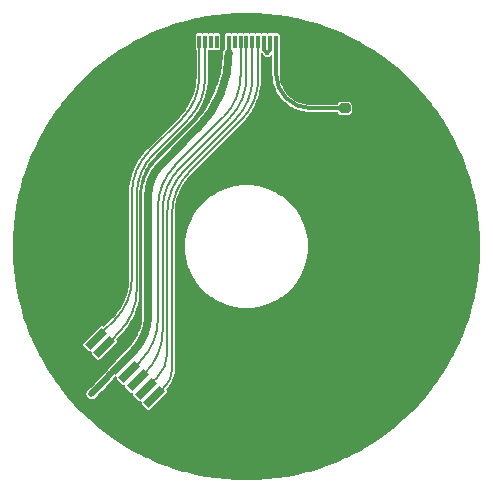
<source format=gbr>
%TF.GenerationSoftware,KiCad,Pcbnew,(6.0.4)*%
%TF.CreationDate,2022-07-14T17:56:19+08:00*%
%TF.ProjectId,SmartKnob_Screen,536d6172-744b-46e6-9f62-5f5363726565,rev?*%
%TF.SameCoordinates,Original*%
%TF.FileFunction,Copper,L4,Bot*%
%TF.FilePolarity,Positive*%
%FSLAX46Y46*%
G04 Gerber Fmt 4.6, Leading zero omitted, Abs format (unit mm)*
G04 Created by KiCad (PCBNEW (6.0.4)) date 2022-07-14 17:56:19*
%MOMM*%
%LPD*%
G01*
G04 APERTURE LIST*
G04 Aperture macros list*
%AMRoundRect*
0 Rectangle with rounded corners*
0 $1 Rounding radius*
0 $2 $3 $4 $5 $6 $7 $8 $9 X,Y pos of 4 corners*
0 Add a 4 corners polygon primitive as box body*
4,1,4,$2,$3,$4,$5,$6,$7,$8,$9,$2,$3,0*
0 Add four circle primitives for the rounded corners*
1,1,$1+$1,$2,$3*
1,1,$1+$1,$4,$5*
1,1,$1+$1,$6,$7*
1,1,$1+$1,$8,$9*
0 Add four rect primitives between the rounded corners*
20,1,$1+$1,$2,$3,$4,$5,0*
20,1,$1+$1,$4,$5,$6,$7,0*
20,1,$1+$1,$6,$7,$8,$9,0*
20,1,$1+$1,$8,$9,$2,$3,0*%
%AMRotRect*
0 Rectangle, with rotation*
0 The origin of the aperture is its center*
0 $1 length*
0 $2 width*
0 $3 Rotation angle, in degrees counterclockwise*
0 Add horizontal line*
21,1,$1,$2,0,0,$3*%
G04 Aperture macros list end*
%TA.AperFunction,SMDPad,CuDef*%
%ADD10RoundRect,0.200000X-0.275000X0.200000X-0.275000X-0.200000X0.275000X-0.200000X0.275000X0.200000X0*%
%TD*%
%TA.AperFunction,SMDPad,CuDef*%
%ADD11RoundRect,0.140000X0.219203X0.021213X0.021213X0.219203X-0.219203X-0.021213X-0.021213X-0.219203X0*%
%TD*%
%TA.AperFunction,SMDPad,CuDef*%
%ADD12R,0.300000X1.100000*%
%TD*%
%TA.AperFunction,SMDPad,CuDef*%
%ADD13R,2.300000X3.100000*%
%TD*%
%TA.AperFunction,SMDPad,CuDef*%
%ADD14RotRect,0.610000X2.000000X315.000000*%
%TD*%
%TA.AperFunction,SMDPad,CuDef*%
%ADD15RotRect,2.680000X3.600000X315.000000*%
%TD*%
%TA.AperFunction,ViaPad*%
%ADD16C,0.450000*%
%TD*%
%TA.AperFunction,Conductor*%
%ADD17C,0.300000*%
%TD*%
%TA.AperFunction,Conductor*%
%ADD18C,0.700000*%
%TD*%
%TA.AperFunction,Conductor*%
%ADD19C,0.500000*%
%TD*%
%TA.AperFunction,Conductor*%
%ADD20C,0.150000*%
%TD*%
G04 APERTURE END LIST*
D10*
%TO.P,R22,1*%
%TO.N,/Screen_GND*%
X200142204Y-102941230D03*
%TO.P,R22,2*%
%TO.N,Net-(R22-Pad2)*%
X200142204Y-104591230D03*
%TD*%
D11*
%TO.P,C16,1*%
%TO.N,/Screen_VCC*%
X179476521Y-128035641D03*
%TO.P,C16,2*%
%TO.N,/Screen_GND*%
X178797699Y-127356819D03*
%TD*%
D12*
%TO.P,U5,1,GND*%
%TO.N,/Screen_GND*%
X194832204Y-98951230D03*
%TO.P,U5,2,BL_K*%
%TO.N,Net-(R22-Pad2)*%
X194332204Y-98951230D03*
%TO.P,U5,3,BL_A*%
%TO.N,/Screen_VCC*%
X193832204Y-98951230D03*
%TO.P,U5,4,DP_VDD*%
X193332204Y-98951230D03*
%TO.P,U5,5,DP_DC*%
%TO.N,/Screen_DP_CMD*%
X192832204Y-98951230D03*
%TO.P,U5,6,DP_CS*%
%TO.N,/Screen_DP_CS*%
X192332204Y-98951230D03*
%TO.P,U5,7,DP_CLK*%
%TO.N,/Screen_DP_CLK*%
X191832204Y-98951230D03*
%TO.P,U5,8,DP_SDA*%
%TO.N,/Screen_DP_DATA*%
X191332204Y-98951230D03*
%TO.P,U5,9,DP_~{RST}*%
%TO.N,unconnected-(U5-Pad9)*%
X190832204Y-98951230D03*
%TO.P,U5,10,TP_VDD*%
%TO.N,/Screen_VCC*%
X190332204Y-98951230D03*
%TO.P,U5,11,GND*%
%TO.N,/Screen_GND*%
X189832204Y-98951230D03*
%TO.P,U5,12,TP_RST*%
%TO.N,unconnected-(U5-Pad12)*%
X189332204Y-98951230D03*
%TO.P,U5,13,TP_INT*%
%TO.N,unconnected-(U5-Pad13)*%
X188832204Y-98951230D03*
%TO.P,U5,14,TP_SDA*%
%TO.N,/Screen_TP_SDA*%
X188332204Y-98951230D03*
%TO.P,U5,15,TP_SCL*%
%TO.N,/Screen_TP_SCL*%
X187832204Y-98951230D03*
D13*
%TO.P,U5,MP,MP*%
%TO.N,/Screen_GND*%
X196502204Y-100651230D03*
X186162204Y-100651230D03*
%TD*%
D11*
%TO.P,C14,1*%
%TO.N,/Screen_VCC*%
X178776521Y-128735641D03*
%TO.P,C14,2*%
%TO.N,/Screen_GND*%
X178097699Y-128056819D03*
%TD*%
D14*
%TO.P,J8,1,Pin_1*%
%TO.N,/Screen_TP_SCL*%
X179089444Y-124094148D03*
%TO.P,J8,2,Pin_2*%
%TO.N,/Screen_TP_SDA*%
X179796551Y-124801255D03*
%TO.P,J8,3,Pin_3*%
%TO.N,/Screen_GND*%
X180503658Y-125508362D03*
%TO.P,J8,4,Pin_4*%
%TO.N,/Screen_VCC*%
X181210764Y-126215469D03*
%TO.P,J8,5,Pin_5*%
%TO.N,/Screen_DP_DATA*%
X181917871Y-126922576D03*
%TO.P,J8,6,Pin_6*%
%TO.N,/Screen_DP_CLK*%
X182624978Y-127629682D03*
%TO.P,J8,7,Pin_7*%
%TO.N,/Screen_DP_CS*%
X183332085Y-128336789D03*
%TO.P,J8,8,Pin_8*%
%TO.N,/Screen_DP_CMD*%
X184039192Y-129043896D03*
D15*
%TO.P,J8,MP,MountPin*%
%TO.N,/Screen_GND*%
X188133340Y-129178246D03*
X178955094Y-120000000D03*
%TD*%
D16*
%TO.N,/Screen_VCC*%
X193587110Y-99896230D03*
X190337110Y-99896230D03*
%TO.N,/Screen_GND*%
X173922433Y-116260711D03*
X206484739Y-105680576D03*
X198548675Y-99524734D03*
X207695953Y-107589145D03*
X174487936Y-120737129D03*
X201567315Y-131458614D03*
X178800998Y-103938863D03*
X176724530Y-106615829D03*
X187446015Y-133695208D03*
X196398851Y-133695208D03*
X180448801Y-130129949D03*
X206484739Y-126840846D03*
X177360127Y-105680576D03*
X174803416Y-121823017D03*
X209603604Y-112887847D03*
X175635546Y-108596684D03*
X185296191Y-132996688D03*
X184258406Y-99973824D03*
X209886914Y-117390940D03*
X201567315Y-101062808D03*
X186360127Y-133379728D03*
X209041450Y-110698405D03*
X199586460Y-132547598D03*
X209356930Y-120737129D03*
X203396065Y-130129949D03*
X209603604Y-119633575D03*
X188549569Y-133941882D03*
X176724530Y-125905593D03*
X198548675Y-132996688D03*
X195295297Y-133941882D03*
X174064368Y-118516709D03*
X204244281Y-129382146D03*
X189666435Y-134118776D03*
X194178431Y-134118776D03*
X182277551Y-131458614D03*
X196502204Y-100651230D03*
X205043868Y-103938863D03*
X181342298Y-130823017D03*
X173957952Y-117390940D03*
X175186456Y-109634469D03*
X182277551Y-101062808D03*
X202502568Y-130823017D03*
X191922433Y-134260711D03*
X205791671Y-104787079D03*
X174803416Y-110698405D03*
X179600585Y-103139276D03*
X183250867Y-100487191D03*
X184258406Y-132547598D03*
X209780498Y-118516709D03*
X174487936Y-111784293D03*
X208658410Y-122886953D03*
X174241262Y-119633575D03*
X207695953Y-124932277D03*
X173957952Y-115130482D03*
X175186456Y-122886953D03*
X180448801Y-102391473D03*
X199586460Y-99973824D03*
X178053195Y-104787079D03*
X193052662Y-134225192D03*
X209041450Y-121823017D03*
X193792204Y-97296230D03*
X200593999Y-100487191D03*
X174064368Y-114004713D03*
X208658410Y-109634469D03*
X189792204Y-97296230D03*
X186162204Y-100651230D03*
X190792204Y-97296230D03*
X190792204Y-134225192D03*
X176148913Y-124932277D03*
X203396065Y-102391473D03*
X176148913Y-107589145D03*
X208209320Y-123924738D03*
X209780498Y-114004713D03*
X197484739Y-133379728D03*
X208209320Y-108596684D03*
X209886914Y-115130482D03*
X205043868Y-128582559D03*
X209922433Y-116260711D03*
X183250867Y-132034231D03*
X175635546Y-123924738D03*
X204244281Y-103139276D03*
X207120336Y-106615829D03*
X181342298Y-101698405D03*
X200593999Y-132034231D03*
X192792204Y-97296230D03*
X205791671Y-127734343D03*
X202502568Y-101698405D03*
X207120336Y-125905593D03*
X174241262Y-112887847D03*
X209356930Y-111784293D03*
X191792204Y-97296230D03*
%TD*%
D17*
%TO.N,Net-(R22-Pad2)*%
X197268454Y-104591230D02*
X200142204Y-104591230D01*
X194332204Y-98951230D02*
X194332204Y-101654980D01*
X197268454Y-104591296D02*
G75*
G02*
X194332204Y-101654980I46J2936296D01*
G01*
D18*
%TO.N,/Screen_VCC*%
X184572204Y-109406230D02*
X187688928Y-106289506D01*
D19*
X181210764Y-126222576D02*
X180137110Y-127296230D01*
D18*
X183512204Y-122117881D02*
X183512204Y-114736230D01*
D17*
X193337110Y-98746230D02*
X193337110Y-99646230D01*
D19*
X180137110Y-127296230D02*
X180137110Y-127375052D01*
D17*
X193337110Y-99646230D02*
X193587110Y-99896230D01*
X193837110Y-99646230D02*
X193587110Y-99896230D01*
D18*
X183512204Y-114736230D02*
X183512204Y-111965296D01*
D19*
X180137110Y-127375052D02*
X178776521Y-128735641D01*
X181210764Y-126215469D02*
X181210764Y-126222576D01*
D17*
X190337110Y-99896230D02*
X190337110Y-98746230D01*
D18*
X182230003Y-125196230D02*
X181210764Y-126215469D01*
D19*
X182237110Y-125196230D02*
X182230003Y-125196230D01*
D17*
X193837110Y-98746230D02*
X193837110Y-99646230D01*
D18*
X184572200Y-109406226D02*
G75*
G03*
X183512204Y-111965296I2559100J-2559074D01*
G01*
X183512201Y-122117881D02*
G75*
G02*
X182237109Y-125196229I-4353401J-19D01*
G01*
X190337144Y-99896230D02*
G75*
G02*
X187688927Y-106289505I-9041444J30D01*
G01*
D20*
%TO.N,/Screen_DP_CMD*%
X192837110Y-98746230D02*
X192837110Y-102078844D01*
X191372644Y-105614378D02*
X187001576Y-109985446D01*
X184951323Y-128131765D02*
X184668517Y-128414571D01*
X185537110Y-113520980D02*
X185537110Y-126717551D01*
X185537093Y-113520980D02*
G75*
G02*
X187001576Y-109985446I5000007J-20D01*
G01*
X185537072Y-126717551D02*
G75*
G02*
X184951323Y-128131765I-1999972J-49D01*
G01*
X192837138Y-102078844D02*
G75*
G02*
X191372644Y-105614378I-5000038J44D01*
G01*
%TO.N,/Screen_DP_CS*%
X192337110Y-102025162D02*
X192337110Y-98746230D01*
X183961410Y-127707464D02*
X184258431Y-127410443D01*
X186601576Y-109831764D02*
X190872644Y-105560696D01*
X185137110Y-125289123D02*
X185137110Y-113367298D01*
X186601579Y-109831767D02*
G75*
G03*
X185137110Y-113367298I3535521J-3535533D01*
G01*
X192337080Y-102025162D02*
G75*
G02*
X190872644Y-105560696I-4999980J-38D01*
G01*
X185137123Y-125289123D02*
G75*
G02*
X184258431Y-127410443I-3000023J23D01*
G01*
%TO.N,/Screen_DP_CLK*%
X183272644Y-126982016D02*
X183254303Y-127000357D01*
X190372644Y-105460696D02*
X186201576Y-109631764D01*
X191837110Y-98746230D02*
X191837110Y-101925162D01*
X184737110Y-113167298D02*
X184737110Y-123446482D01*
X183272655Y-126982027D02*
G75*
G03*
X184737110Y-123446482I-3535555J3535527D01*
G01*
X186201579Y-109631767D02*
G75*
G03*
X184737110Y-113167298I3535521J-3535533D01*
G01*
X191837080Y-101925162D02*
G75*
G02*
X190372644Y-105460696I-4999980J-38D01*
G01*
%TO.N,/Screen_DP_DATA*%
X182547196Y-126293251D02*
X182872644Y-125967803D01*
X185801576Y-109431764D02*
X189872644Y-105360696D01*
X184337110Y-122432269D02*
X184337110Y-112967298D01*
X191337110Y-101825162D02*
X191337110Y-98746230D01*
X189872665Y-105360717D02*
G75*
G03*
X191337110Y-101825162I-3535565J3535517D01*
G01*
X185801579Y-109431767D02*
G75*
G03*
X184337110Y-112967298I3535521J-3535533D01*
G01*
X184337085Y-122432269D02*
G75*
G02*
X182872644Y-125967803I-4999985J-31D01*
G01*
%TO.N,/Screen_TP_SCL*%
X182137110Y-118975414D02*
X182137110Y-111767298D01*
X183601576Y-108231764D02*
X186372644Y-105460696D01*
X179718769Y-123464823D02*
X180672644Y-122510948D01*
X187837110Y-101925162D02*
X187837110Y-98963074D01*
X182137106Y-111767298D02*
G75*
G02*
X183601576Y-108231764I4999994J-2D01*
G01*
X182137117Y-118975414D02*
G75*
G02*
X180672644Y-122510948I-5000017J14D01*
G01*
X187832183Y-98951251D02*
G75*
G02*
X187837110Y-98963074I-11783J-11849D01*
G01*
X187837080Y-101925162D02*
G75*
G02*
X186372644Y-105460696I-4999980J-38D01*
G01*
%TO.N,/Screen_TP_SDA*%
X181072644Y-123525162D02*
X180425876Y-124171930D01*
X182537110Y-111967298D02*
X182537110Y-119989628D01*
X186872644Y-105560696D02*
X184001576Y-108431764D01*
X188337110Y-98963074D02*
X188337110Y-102025162D01*
X186872665Y-105560717D02*
G75*
G03*
X188337110Y-102025162I-3535565J3535517D01*
G01*
X188337140Y-98963074D02*
G75*
G03*
X188332204Y-98951230I-16740J-26D01*
G01*
X182537106Y-111967298D02*
G75*
G02*
X184001576Y-108431764I4999994J-2D01*
G01*
X182537127Y-119989628D02*
G75*
G02*
X181072644Y-123525162I-5000027J28D01*
G01*
%TD*%
%TA.AperFunction,Conductor*%
%TO.N,/Screen_GND*%
G36*
X192699134Y-96515540D02*
G01*
X192702328Y-96515678D01*
X193561168Y-96571969D01*
X193564355Y-96572249D01*
X194419854Y-96665941D01*
X194423044Y-96666360D01*
X195273679Y-96797286D01*
X195276835Y-96797843D01*
X195924235Y-96926618D01*
X196120927Y-96965743D01*
X196124079Y-96966442D01*
X196960020Y-97170996D01*
X196963138Y-97171831D01*
X197789395Y-97412663D01*
X197792447Y-97413624D01*
X198199936Y-97551949D01*
X198607411Y-97690268D01*
X198610444Y-97691372D01*
X199412554Y-98003295D01*
X199415537Y-98004531D01*
X200183648Y-98342508D01*
X200203254Y-98351135D01*
X200206175Y-98352497D01*
X200267705Y-98382840D01*
X200978055Y-98733146D01*
X200980919Y-98734637D01*
X201492890Y-99015514D01*
X201735467Y-99148596D01*
X201738243Y-99150199D01*
X202106117Y-99373431D01*
X202473981Y-99596656D01*
X202476704Y-99598390D01*
X202617227Y-99692284D01*
X203192314Y-100076545D01*
X203194919Y-100078369D01*
X203465014Y-100276411D01*
X203888993Y-100587286D01*
X203891554Y-100589252D01*
X204562711Y-101127912D01*
X204565182Y-101129984D01*
X205133844Y-101628687D01*
X205212246Y-101697444D01*
X205214623Y-101699622D01*
X205836324Y-102294771D01*
X205838569Y-102297016D01*
X206414227Y-102898357D01*
X206433715Y-102918714D01*
X206435894Y-102921091D01*
X206979690Y-103541172D01*
X207003353Y-103568155D01*
X207005425Y-103570626D01*
X207070971Y-103652294D01*
X207544088Y-104241786D01*
X207546054Y-104244347D01*
X207570912Y-104278249D01*
X208054971Y-104938421D01*
X208056795Y-104941026D01*
X208311421Y-105322100D01*
X208534950Y-105656636D01*
X208536684Y-105659359D01*
X208983135Y-106395087D01*
X208984750Y-106397883D01*
X209398703Y-107152421D01*
X209400194Y-107155285D01*
X209780841Y-107927160D01*
X209782205Y-107930086D01*
X210128809Y-108717803D01*
X210130045Y-108720786D01*
X210441968Y-109522896D01*
X210443072Y-109525929D01*
X210535150Y-109797181D01*
X210684054Y-110235836D01*
X210719711Y-110340879D01*
X210720677Y-110343945D01*
X210846404Y-110775293D01*
X210961509Y-111170202D01*
X210962344Y-111173320D01*
X211166898Y-112009261D01*
X211167597Y-112012413D01*
X211183109Y-112090396D01*
X211334121Y-112849583D01*
X211335495Y-112856493D01*
X211336054Y-112859661D01*
X211464185Y-113692138D01*
X211466979Y-113710291D01*
X211467399Y-113713486D01*
X211554202Y-114506075D01*
X211561090Y-114568971D01*
X211561371Y-114572172D01*
X211616605Y-115414881D01*
X211617661Y-115430996D01*
X211617800Y-115434206D01*
X211633869Y-116170594D01*
X211636575Y-116294616D01*
X211636575Y-116297833D01*
X211626711Y-116749915D01*
X211617801Y-117158238D01*
X211617662Y-117161448D01*
X211585965Y-117645050D01*
X211561372Y-118020273D01*
X211561091Y-118023475D01*
X211536462Y-118248363D01*
X211467400Y-118878968D01*
X211466980Y-118882164D01*
X211337230Y-119725162D01*
X211336056Y-119732787D01*
X211335497Y-119735955D01*
X211282424Y-120002774D01*
X211167597Y-120580047D01*
X211166898Y-120583199D01*
X210962344Y-121419140D01*
X210961511Y-121422252D01*
X210749697Y-122148956D01*
X210720682Y-122248501D01*
X210719716Y-122251567D01*
X210640714Y-122484298D01*
X210443072Y-123066531D01*
X210441968Y-123069564D01*
X210130045Y-123871674D01*
X210128809Y-123874657D01*
X210082557Y-123979772D01*
X209793299Y-124637162D01*
X209782205Y-124662374D01*
X209780843Y-124665295D01*
X209772839Y-124681527D01*
X209400194Y-125437175D01*
X209398703Y-125440039D01*
X209180179Y-125838357D01*
X208993345Y-126178911D01*
X208984750Y-126194577D01*
X208983141Y-126197363D01*
X208814538Y-126475212D01*
X208536684Y-126933101D01*
X208534950Y-126935824D01*
X208417140Y-127112140D01*
X208056795Y-127651434D01*
X208054971Y-127654039D01*
X207661350Y-128190869D01*
X207546054Y-128348113D01*
X207544088Y-128350674D01*
X207005428Y-129021831D01*
X207003356Y-129024302D01*
X206561460Y-129528188D01*
X206435896Y-129671366D01*
X206433718Y-129673743D01*
X205838569Y-130295444D01*
X205836324Y-130297689D01*
X205537619Y-130583637D01*
X205214626Y-130892835D01*
X205212249Y-130895014D01*
X204872179Y-131193247D01*
X204565185Y-131462473D01*
X204562711Y-131464548D01*
X203891554Y-132003208D01*
X203888993Y-132005174D01*
X203194919Y-132514091D01*
X203192314Y-132515915D01*
X202717404Y-132833240D01*
X202476704Y-132994070D01*
X202473981Y-132995804D01*
X201911166Y-133337329D01*
X201738253Y-133442255D01*
X201735467Y-133443864D01*
X201492890Y-133576946D01*
X200980919Y-133857823D01*
X200978055Y-133859314D01*
X200346272Y-134170875D01*
X200249336Y-134218679D01*
X200206180Y-134239961D01*
X200203254Y-134241325D01*
X199415537Y-134587929D01*
X199412554Y-134589165D01*
X198610444Y-134901088D01*
X198607411Y-134902192D01*
X198426430Y-134963627D01*
X197792447Y-135178836D01*
X197789395Y-135179797D01*
X197192568Y-135353757D01*
X196963138Y-135420629D01*
X196960020Y-135421464D01*
X196124079Y-135626018D01*
X196120927Y-135626717D01*
X195276835Y-135794617D01*
X195273679Y-135795174D01*
X194423044Y-135926100D01*
X194419854Y-135926519D01*
X193564355Y-136020211D01*
X193561168Y-136020491D01*
X192702328Y-136076782D01*
X192699134Y-136076920D01*
X191838714Y-136095695D01*
X191835506Y-136095695D01*
X190975086Y-136076920D01*
X190971892Y-136076782D01*
X190113052Y-136020491D01*
X190109865Y-136020211D01*
X189254366Y-135926519D01*
X189251176Y-135926100D01*
X188400541Y-135795174D01*
X188397385Y-135794617D01*
X187553293Y-135626717D01*
X187550141Y-135626018D01*
X186714200Y-135421464D01*
X186711082Y-135420629D01*
X186481652Y-135353757D01*
X185884825Y-135179797D01*
X185881773Y-135178836D01*
X185247790Y-134963627D01*
X185066809Y-134902192D01*
X185063776Y-134901088D01*
X184261666Y-134589165D01*
X184258683Y-134587929D01*
X183470966Y-134241325D01*
X183468040Y-134239961D01*
X183424885Y-134218679D01*
X183327948Y-134170875D01*
X182696165Y-133859314D01*
X182693301Y-133857823D01*
X182181330Y-133576946D01*
X181938753Y-133443864D01*
X181935967Y-133442255D01*
X181763055Y-133337329D01*
X181200239Y-132995804D01*
X181197516Y-132994070D01*
X180956816Y-132833239D01*
X180481906Y-132515915D01*
X180479301Y-132514091D01*
X179785227Y-132005174D01*
X179782666Y-132003208D01*
X179111509Y-131464548D01*
X179109035Y-131462473D01*
X178802042Y-131193247D01*
X178461971Y-130895014D01*
X178459594Y-130892835D01*
X178136601Y-130583637D01*
X177837896Y-130297689D01*
X177835651Y-130295444D01*
X177240502Y-129673743D01*
X177238324Y-129671366D01*
X177112760Y-129528188D01*
X176670864Y-129024302D01*
X176668792Y-129021831D01*
X176412901Y-128702997D01*
X178266734Y-128702997D01*
X178266829Y-128811217D01*
X178269294Y-128817588D01*
X178269294Y-128817589D01*
X178297047Y-128889325D01*
X178305876Y-128912148D01*
X178321386Y-128931751D01*
X178580411Y-129190776D01*
X178582120Y-129192121D01*
X178582125Y-129192126D01*
X178590787Y-129198945D01*
X178600454Y-129206556D01*
X178605635Y-129208550D01*
X178695071Y-129242973D01*
X178695074Y-129242974D01*
X178701451Y-129245428D01*
X178708286Y-129245422D01*
X178802839Y-129245339D01*
X178809671Y-129245333D01*
X178910601Y-129206286D01*
X178930205Y-129190776D01*
X179231656Y-128889325D01*
X179233001Y-128887616D01*
X179233006Y-128887611D01*
X179244003Y-128873642D01*
X179247436Y-128869282D01*
X179265677Y-128821889D01*
X179282412Y-128796143D01*
X179537032Y-128541523D01*
X179562658Y-128524834D01*
X179572678Y-128520957D01*
X179610601Y-128506286D01*
X179630205Y-128490776D01*
X179931656Y-128189325D01*
X179933001Y-128187616D01*
X179933006Y-128187611D01*
X179944001Y-128173645D01*
X179947436Y-128169282D01*
X179965677Y-128121888D01*
X179982412Y-128096142D01*
X180465160Y-127613394D01*
X180477005Y-127590146D01*
X180483071Y-127580249D01*
X180490498Y-127570026D01*
X180498406Y-127559142D01*
X180506467Y-127534332D01*
X180510911Y-127523604D01*
X180520110Y-127505550D01*
X180520111Y-127505547D01*
X180522756Y-127500356D01*
X180523667Y-127494602D01*
X180525467Y-127489064D01*
X180526862Y-127489517D01*
X180544158Y-127455575D01*
X180689368Y-127310365D01*
X180727257Y-127290113D01*
X180763402Y-127282923D01*
X180813432Y-127290623D01*
X180846807Y-127328680D01*
X180850417Y-127369938D01*
X180841649Y-127414015D01*
X180843071Y-127421164D01*
X180849551Y-127453737D01*
X180853330Y-127472737D01*
X180878198Y-127509955D01*
X181330492Y-127962249D01*
X181367710Y-127987117D01*
X181374856Y-127988538D01*
X181374857Y-127988539D01*
X181419283Y-127997376D01*
X181426432Y-127998798D01*
X181470509Y-127990030D01*
X181520538Y-127997730D01*
X181553914Y-128035787D01*
X181557524Y-128077044D01*
X181548756Y-128121121D01*
X181560437Y-128179843D01*
X181585305Y-128217061D01*
X182037599Y-128669355D01*
X182074817Y-128694223D01*
X182081963Y-128695644D01*
X182081964Y-128695645D01*
X182126390Y-128704482D01*
X182133539Y-128705904D01*
X182177616Y-128697136D01*
X182227645Y-128704836D01*
X182261021Y-128742893D01*
X182264631Y-128784151D01*
X182255863Y-128828228D01*
X182257285Y-128835377D01*
X182264897Y-128873642D01*
X182267544Y-128886950D01*
X182292412Y-128924168D01*
X182744706Y-129376462D01*
X182781924Y-129401330D01*
X182789070Y-129402751D01*
X182789071Y-129402752D01*
X182833497Y-129411589D01*
X182840646Y-129413011D01*
X182884723Y-129404243D01*
X182934752Y-129411943D01*
X182968128Y-129450000D01*
X182971738Y-129491258D01*
X182962970Y-129535335D01*
X182974651Y-129594057D01*
X182999519Y-129631275D01*
X183451813Y-130083569D01*
X183489031Y-130108437D01*
X183496177Y-130109858D01*
X183496178Y-130109859D01*
X183540604Y-130118696D01*
X183547753Y-130120118D01*
X183606474Y-130108437D01*
X183612535Y-130104388D01*
X183612536Y-130104387D01*
X183640670Y-130085589D01*
X183640671Y-130085588D01*
X183643693Y-130083569D01*
X185078865Y-128648397D01*
X185103733Y-128611178D01*
X185115414Y-128552457D01*
X185103733Y-128493735D01*
X185078865Y-128456517D01*
X185064497Y-128442149D01*
X185043105Y-128396273D01*
X185056206Y-128347378D01*
X185064496Y-128337498D01*
X185089919Y-128312074D01*
X185101133Y-128302871D01*
X185107842Y-128298388D01*
X185113903Y-128294338D01*
X185117520Y-128288925D01*
X185119326Y-128286904D01*
X185120303Y-128285927D01*
X185120981Y-128285052D01*
X185278428Y-128108862D01*
X185278434Y-128108854D01*
X185279815Y-128107309D01*
X185384560Y-127959678D01*
X185423255Y-127905140D01*
X185423256Y-127905138D01*
X185424456Y-127903447D01*
X185545362Y-127684673D01*
X185558581Y-127652757D01*
X185640217Y-127455659D01*
X185640217Y-127455658D01*
X185641013Y-127453737D01*
X185686131Y-127297116D01*
X185709628Y-127215549D01*
X185709630Y-127215539D01*
X185710205Y-127213544D01*
X185752070Y-126967113D01*
X185764108Y-126752657D01*
X185765415Y-126729381D01*
X185765607Y-126727868D01*
X185765607Y-126725959D01*
X185765706Y-126724193D01*
X185767028Y-126717545D01*
X185764032Y-126702484D01*
X185762610Y-126688046D01*
X185762610Y-116296230D01*
X186631656Y-116296230D01*
X186651464Y-116749915D01*
X186651674Y-116751508D01*
X186651674Y-116751511D01*
X186707768Y-117177579D01*
X186710739Y-117200148D01*
X186809028Y-117643501D01*
X186809514Y-117645042D01*
X186809516Y-117645050D01*
X186927823Y-118020273D01*
X186945583Y-118076600D01*
X186946196Y-118078081D01*
X186946199Y-118078088D01*
X187016730Y-118248363D01*
X187119367Y-118496150D01*
X187120107Y-118497571D01*
X187120110Y-118497578D01*
X187318649Y-118878968D01*
X187329055Y-118898957D01*
X187329918Y-118900312D01*
X187329924Y-118900322D01*
X187395172Y-119002740D01*
X187573052Y-119281956D01*
X187849501Y-119642231D01*
X188156298Y-119977042D01*
X188491109Y-120283839D01*
X188851384Y-120560288D01*
X188900266Y-120591429D01*
X189233018Y-120803416D01*
X189233028Y-120803422D01*
X189234383Y-120804285D01*
X189235818Y-120805032D01*
X189635762Y-121013230D01*
X189635769Y-121013233D01*
X189637190Y-121013973D01*
X189638667Y-121014585D01*
X189638676Y-121014589D01*
X190055252Y-121187141D01*
X190055259Y-121187144D01*
X190056740Y-121187757D01*
X190058277Y-121188241D01*
X190058278Y-121188242D01*
X190488290Y-121323824D01*
X190488298Y-121323826D01*
X190489839Y-121324312D01*
X190491415Y-121324661D01*
X190491421Y-121324663D01*
X190861820Y-121406778D01*
X190933192Y-121422601D01*
X190934784Y-121422811D01*
X190934792Y-121422812D01*
X191381829Y-121481666D01*
X191381832Y-121481666D01*
X191383425Y-121481876D01*
X191837110Y-121501684D01*
X192290795Y-121481876D01*
X192292388Y-121481666D01*
X192292391Y-121481666D01*
X192739428Y-121422812D01*
X192739436Y-121422811D01*
X192741028Y-121422601D01*
X192812400Y-121406778D01*
X193182799Y-121324663D01*
X193182805Y-121324661D01*
X193184381Y-121324312D01*
X193185922Y-121323826D01*
X193185930Y-121323824D01*
X193615942Y-121188242D01*
X193615943Y-121188241D01*
X193617480Y-121187757D01*
X193618961Y-121187144D01*
X193618968Y-121187141D01*
X194035544Y-121014589D01*
X194035553Y-121014585D01*
X194037030Y-121013973D01*
X194038451Y-121013233D01*
X194038458Y-121013230D01*
X194438402Y-120805032D01*
X194439837Y-120804285D01*
X194441192Y-120803422D01*
X194441202Y-120803416D01*
X194773954Y-120591429D01*
X194822836Y-120560288D01*
X195183111Y-120283839D01*
X195517922Y-119977042D01*
X195824719Y-119642231D01*
X196101168Y-119281956D01*
X196279048Y-119002740D01*
X196344296Y-118900322D01*
X196344302Y-118900312D01*
X196345165Y-118898957D01*
X196355571Y-118878968D01*
X196554110Y-118497578D01*
X196554113Y-118497571D01*
X196554853Y-118496150D01*
X196657491Y-118248363D01*
X196728021Y-118078088D01*
X196728024Y-118078081D01*
X196728637Y-118076600D01*
X196746397Y-118020273D01*
X196864704Y-117645050D01*
X196864706Y-117645042D01*
X196865192Y-117643501D01*
X196963481Y-117200148D01*
X196966453Y-117177579D01*
X197022546Y-116751511D01*
X197022546Y-116751508D01*
X197022756Y-116749915D01*
X197042564Y-116296230D01*
X197022756Y-115842545D01*
X197009860Y-115744589D01*
X196963692Y-115393912D01*
X196963691Y-115393904D01*
X196963481Y-115392312D01*
X196865192Y-114948959D01*
X196728637Y-114515860D01*
X196724584Y-114506075D01*
X196555469Y-114097796D01*
X196555465Y-114097787D01*
X196554853Y-114096310D01*
X196345165Y-113693503D01*
X196344302Y-113692148D01*
X196344296Y-113692138D01*
X196102041Y-113311875D01*
X196101168Y-113310504D01*
X195824719Y-112950229D01*
X195517922Y-112615418D01*
X195183111Y-112308621D01*
X194822836Y-112032172D01*
X194617733Y-111901507D01*
X194441202Y-111789044D01*
X194441192Y-111789038D01*
X194439837Y-111788175D01*
X194253573Y-111691212D01*
X194038458Y-111579230D01*
X194038451Y-111579227D01*
X194037030Y-111578487D01*
X194035553Y-111577875D01*
X194035544Y-111577871D01*
X193618968Y-111405319D01*
X193618961Y-111405316D01*
X193617480Y-111404703D01*
X193615942Y-111404218D01*
X193185930Y-111268636D01*
X193185922Y-111268634D01*
X193184381Y-111268148D01*
X193182805Y-111267799D01*
X193182799Y-111267797D01*
X192812400Y-111185682D01*
X192741028Y-111169859D01*
X192739436Y-111169649D01*
X192739428Y-111169648D01*
X192292391Y-111110794D01*
X192292388Y-111110794D01*
X192290795Y-111110584D01*
X191837110Y-111090776D01*
X191383425Y-111110584D01*
X191381832Y-111110794D01*
X191381829Y-111110794D01*
X190934792Y-111169648D01*
X190934784Y-111169649D01*
X190933192Y-111169859D01*
X190861820Y-111185682D01*
X190491421Y-111267797D01*
X190491415Y-111267799D01*
X190489839Y-111268148D01*
X190488298Y-111268634D01*
X190488290Y-111268636D01*
X190058278Y-111404218D01*
X190056740Y-111404703D01*
X190055259Y-111405316D01*
X190055252Y-111405319D01*
X189638676Y-111577871D01*
X189638667Y-111577875D01*
X189637190Y-111578487D01*
X189635769Y-111579227D01*
X189635762Y-111579230D01*
X189420647Y-111691212D01*
X189234383Y-111788175D01*
X189233028Y-111789038D01*
X189233018Y-111789044D01*
X189056487Y-111901507D01*
X188851384Y-112032172D01*
X188491109Y-112308621D01*
X188156298Y-112615418D01*
X187849501Y-112950229D01*
X187573052Y-113310504D01*
X187572179Y-113311875D01*
X187329924Y-113692138D01*
X187329918Y-113692148D01*
X187329055Y-113693503D01*
X187119367Y-114096310D01*
X187118755Y-114097787D01*
X187118751Y-114097796D01*
X186949636Y-114506075D01*
X186945583Y-114515860D01*
X186809028Y-114948959D01*
X186710739Y-115392312D01*
X186710529Y-115393904D01*
X186710528Y-115393912D01*
X186664360Y-115744589D01*
X186651464Y-115842545D01*
X186637141Y-116170594D01*
X186631656Y-116296230D01*
X185762610Y-116296230D01*
X185762610Y-113550480D01*
X185764032Y-113536043D01*
X185765606Y-113528129D01*
X185767028Y-113520981D01*
X185765033Y-113510950D01*
X185763669Y-113493609D01*
X185777199Y-113149281D01*
X185777655Y-113143489D01*
X185800669Y-112949047D01*
X185821037Y-112776963D01*
X185821945Y-112771231D01*
X185823517Y-112763332D01*
X185893950Y-112409252D01*
X185895306Y-112403602D01*
X185995492Y-112048371D01*
X185997288Y-112042845D01*
X186019603Y-111982360D01*
X186090750Y-111789509D01*
X186125034Y-111696580D01*
X186127258Y-111691212D01*
X186281771Y-111356051D01*
X186284408Y-111350874D01*
X186384727Y-111171742D01*
X186464758Y-111028839D01*
X186467790Y-111023891D01*
X186505539Y-110967396D01*
X186672849Y-110717000D01*
X186676248Y-110712323D01*
X186904747Y-110422476D01*
X186908511Y-110418068D01*
X187142483Y-110164961D01*
X187155708Y-110153666D01*
X187158089Y-110152075D01*
X187158092Y-110152072D01*
X187164152Y-110148023D01*
X187172683Y-110135256D01*
X187181885Y-110124043D01*
X191511237Y-105794690D01*
X191522451Y-105785487D01*
X191529157Y-105781006D01*
X191535220Y-105776955D01*
X191536590Y-105774904D01*
X191567927Y-105741005D01*
X191765131Y-105527673D01*
X191813679Y-105475155D01*
X192067894Y-105152688D01*
X192241512Y-104892854D01*
X192295226Y-104812466D01*
X192295228Y-104812463D01*
X192296025Y-104811270D01*
X192326084Y-104757597D01*
X192495945Y-104454293D01*
X192495948Y-104454287D01*
X192496666Y-104453005D01*
X192668579Y-104080103D01*
X192669080Y-104078745D01*
X192669085Y-104078733D01*
X192762168Y-103826424D01*
X192810705Y-103694862D01*
X192882252Y-103441181D01*
X192921772Y-103301060D01*
X192921774Y-103301050D01*
X192922167Y-103299658D01*
X193002279Y-102896926D01*
X193008464Y-102844678D01*
X193040732Y-102572063D01*
X193050546Y-102489151D01*
X193066582Y-102081089D01*
X193067028Y-102078846D01*
X193064032Y-102063781D01*
X193062610Y-102049348D01*
X193062610Y-99975353D01*
X193079923Y-99927787D01*
X193123760Y-99902477D01*
X193173610Y-99911267D01*
X193188936Y-99923027D01*
X193198356Y-99932447D01*
X193219119Y-99973197D01*
X193224624Y-100007957D01*
X193224625Y-100007960D01*
X193225536Y-100013712D01*
X193228181Y-100018903D01*
X193228182Y-100018906D01*
X193276891Y-100114503D01*
X193276893Y-100114506D01*
X193279537Y-100119695D01*
X193363645Y-100203803D01*
X193368834Y-100206447D01*
X193368837Y-100206449D01*
X193464434Y-100255158D01*
X193464437Y-100255159D01*
X193469628Y-100257804D01*
X193475380Y-100258715D01*
X193475383Y-100258716D01*
X193581358Y-100275500D01*
X193587110Y-100276411D01*
X193592862Y-100275500D01*
X193698837Y-100258716D01*
X193698840Y-100258715D01*
X193704592Y-100257804D01*
X193709783Y-100255159D01*
X193709786Y-100255158D01*
X193805383Y-100206449D01*
X193805386Y-100206447D01*
X193810575Y-100203803D01*
X193894683Y-100119695D01*
X193897327Y-100114505D01*
X193897836Y-100113805D01*
X193939800Y-100085498D01*
X193990142Y-100090789D01*
X194025306Y-100127200D01*
X194031704Y-100157300D01*
X194031704Y-101622211D01*
X194030580Y-101635061D01*
X194027068Y-101654978D01*
X194027344Y-101656544D01*
X194027626Y-101661931D01*
X194027626Y-101661932D01*
X194042726Y-101950096D01*
X194045015Y-101993778D01*
X194045317Y-101995684D01*
X194074810Y-102181903D01*
X194098085Y-102328866D01*
X194185891Y-102656571D01*
X194307470Y-102973303D01*
X194308345Y-102975021D01*
X194308348Y-102975027D01*
X194351998Y-103060697D01*
X194461490Y-103275592D01*
X194646264Y-103560125D01*
X194647481Y-103561628D01*
X194647484Y-103561632D01*
X194710774Y-103639790D01*
X194859767Y-103823785D01*
X195099661Y-104063684D01*
X195101163Y-104064901D01*
X195101166Y-104064903D01*
X195249321Y-104184880D01*
X195363316Y-104277194D01*
X195647845Y-104461974D01*
X195649561Y-104462848D01*
X195649569Y-104462853D01*
X195761421Y-104519846D01*
X195950130Y-104616001D01*
X195951922Y-104616689D01*
X195951929Y-104616692D01*
X196257052Y-104733822D01*
X196266860Y-104737587D01*
X196268725Y-104738087D01*
X196268732Y-104738089D01*
X196496064Y-104799005D01*
X196594563Y-104825399D01*
X196929650Y-104878477D01*
X196931569Y-104878578D01*
X196931573Y-104878578D01*
X197257071Y-104895642D01*
X197257074Y-104895642D01*
X197267416Y-104896184D01*
X197268449Y-104896366D01*
X197281597Y-104894048D01*
X197288370Y-104892854D01*
X197301218Y-104891730D01*
X199479948Y-104891730D01*
X199527514Y-104909043D01*
X199546374Y-104933116D01*
X199578272Y-104998085D01*
X199582601Y-105002406D01*
X199582602Y-105002408D01*
X199656525Y-105076202D01*
X199660854Y-105080523D01*
X199666351Y-105083210D01*
X199760138Y-105129054D01*
X199765686Y-105131766D01*
X199833986Y-105141730D01*
X200450422Y-105141730D01*
X200456567Y-105140825D01*
X200513627Y-105132426D01*
X200513630Y-105132425D01*
X200519316Y-105131588D01*
X200524476Y-105129055D01*
X200524478Y-105129054D01*
X200583352Y-105100148D01*
X200624059Y-105080162D01*
X200628380Y-105075833D01*
X200628382Y-105075832D01*
X200702176Y-105001909D01*
X200702177Y-105001907D01*
X200706497Y-104997580D01*
X200709184Y-104992083D01*
X200755216Y-104897912D01*
X200755216Y-104897911D01*
X200757740Y-104892748D01*
X200767704Y-104824448D01*
X200767704Y-104358012D01*
X200763967Y-104332629D01*
X200758400Y-104294807D01*
X200758399Y-104294804D01*
X200757562Y-104289118D01*
X200749905Y-104273521D01*
X200713478Y-104199329D01*
X200706136Y-104184375D01*
X200701807Y-104180054D01*
X200701806Y-104180052D01*
X200627883Y-104106258D01*
X200627881Y-104106257D01*
X200623554Y-104101937D01*
X200599338Y-104090100D01*
X200523886Y-104053218D01*
X200523885Y-104053218D01*
X200518722Y-104050694D01*
X200450422Y-104040730D01*
X199833986Y-104040730D01*
X199831303Y-104041125D01*
X199770781Y-104050034D01*
X199770778Y-104050035D01*
X199765092Y-104050872D01*
X199759932Y-104053405D01*
X199759930Y-104053406D01*
X199736514Y-104064903D01*
X199660349Y-104102298D01*
X199656028Y-104106627D01*
X199656026Y-104106628D01*
X199582232Y-104180551D01*
X199577911Y-104184880D01*
X199575225Y-104190375D01*
X199546457Y-104249228D01*
X199510014Y-104284359D01*
X199479975Y-104290730D01*
X197301225Y-104290730D01*
X197288373Y-104289605D01*
X197274837Y-104287218D01*
X197274833Y-104287218D01*
X197268459Y-104286094D01*
X197262084Y-104287218D01*
X197262081Y-104287218D01*
X197256675Y-104288171D01*
X197239678Y-104289179D01*
X197100584Y-104281366D01*
X196977481Y-104274450D01*
X196969249Y-104273522D01*
X196759152Y-104237822D01*
X196686046Y-104225400D01*
X196677956Y-104223554D01*
X196487803Y-104168769D01*
X196401907Y-104144021D01*
X196394083Y-104141283D01*
X196309527Y-104106258D01*
X196128675Y-104031343D01*
X196121199Y-104027742D01*
X195966847Y-103942433D01*
X195869775Y-103888782D01*
X195862767Y-103884379D01*
X195628469Y-103718131D01*
X195621986Y-103712960D01*
X195462721Y-103570629D01*
X195407784Y-103521533D01*
X195401926Y-103515675D01*
X195296562Y-103397770D01*
X195210504Y-103301469D01*
X195205330Y-103294981D01*
X195039100Y-103060697D01*
X195034685Y-103053671D01*
X194895727Y-102802240D01*
X194892127Y-102794763D01*
X194782200Y-102529368D01*
X194779459Y-102521535D01*
X194699936Y-102245497D01*
X194698089Y-102237407D01*
X194657017Y-101995662D01*
X194649971Y-101954192D01*
X194649042Y-101945947D01*
X194642661Y-101832311D01*
X194634304Y-101683475D01*
X194635313Y-101666477D01*
X194636216Y-101661357D01*
X194637340Y-101654982D01*
X194633828Y-101635061D01*
X194632704Y-101622214D01*
X194632704Y-98386410D01*
X194630192Y-98373781D01*
X194625393Y-98349655D01*
X194625392Y-98349654D01*
X194623971Y-98342508D01*
X194590708Y-98292726D01*
X194540926Y-98259463D01*
X194533780Y-98258042D01*
X194533779Y-98258041D01*
X194500594Y-98251440D01*
X194500593Y-98251440D01*
X194497024Y-98250730D01*
X194167384Y-98250730D01*
X194163815Y-98251440D01*
X194163814Y-98251440D01*
X194130629Y-98258041D01*
X194130628Y-98258042D01*
X194123482Y-98259463D01*
X194117424Y-98263511D01*
X194110688Y-98266301D01*
X194109319Y-98262995D01*
X194074173Y-98271608D01*
X194054489Y-98264444D01*
X194053720Y-98266301D01*
X194046984Y-98263511D01*
X194040926Y-98259463D01*
X194033780Y-98258042D01*
X194033779Y-98258041D01*
X194000594Y-98251440D01*
X194000593Y-98251440D01*
X193997024Y-98250730D01*
X193667384Y-98250730D01*
X193663815Y-98251440D01*
X193663814Y-98251440D01*
X193630629Y-98258041D01*
X193630628Y-98258042D01*
X193623482Y-98259463D01*
X193617424Y-98263511D01*
X193610688Y-98266301D01*
X193609319Y-98262995D01*
X193574173Y-98271608D01*
X193554489Y-98264444D01*
X193553720Y-98266301D01*
X193546984Y-98263511D01*
X193540926Y-98259463D01*
X193533780Y-98258042D01*
X193533779Y-98258041D01*
X193500594Y-98251440D01*
X193500593Y-98251440D01*
X193497024Y-98250730D01*
X193167384Y-98250730D01*
X193163815Y-98251440D01*
X193163814Y-98251440D01*
X193130629Y-98258041D01*
X193130628Y-98258042D01*
X193123482Y-98259463D01*
X193117424Y-98263511D01*
X193110688Y-98266301D01*
X193109319Y-98262995D01*
X193074173Y-98271608D01*
X193054489Y-98264444D01*
X193053720Y-98266301D01*
X193046984Y-98263511D01*
X193040926Y-98259463D01*
X193033780Y-98258042D01*
X193033779Y-98258041D01*
X193000594Y-98251440D01*
X193000593Y-98251440D01*
X192997024Y-98250730D01*
X192667384Y-98250730D01*
X192663815Y-98251440D01*
X192663814Y-98251440D01*
X192630629Y-98258041D01*
X192630628Y-98258042D01*
X192623482Y-98259463D01*
X192617424Y-98263511D01*
X192610688Y-98266301D01*
X192609319Y-98262995D01*
X192574173Y-98271608D01*
X192554489Y-98264444D01*
X192553720Y-98266301D01*
X192546984Y-98263511D01*
X192540926Y-98259463D01*
X192533780Y-98258042D01*
X192533779Y-98258041D01*
X192500594Y-98251440D01*
X192500593Y-98251440D01*
X192497024Y-98250730D01*
X192167384Y-98250730D01*
X192163815Y-98251440D01*
X192163814Y-98251440D01*
X192130629Y-98258041D01*
X192130628Y-98258042D01*
X192123482Y-98259463D01*
X192117424Y-98263511D01*
X192110688Y-98266301D01*
X192109319Y-98262995D01*
X192074173Y-98271608D01*
X192054489Y-98264444D01*
X192053720Y-98266301D01*
X192046984Y-98263511D01*
X192040926Y-98259463D01*
X192033780Y-98258042D01*
X192033779Y-98258041D01*
X192000594Y-98251440D01*
X192000593Y-98251440D01*
X191997024Y-98250730D01*
X191667384Y-98250730D01*
X191663815Y-98251440D01*
X191663814Y-98251440D01*
X191630629Y-98258041D01*
X191630628Y-98258042D01*
X191623482Y-98259463D01*
X191617424Y-98263511D01*
X191610688Y-98266301D01*
X191609319Y-98262995D01*
X191574173Y-98271608D01*
X191554489Y-98264444D01*
X191553720Y-98266301D01*
X191546984Y-98263511D01*
X191540926Y-98259463D01*
X191533780Y-98258042D01*
X191533779Y-98258041D01*
X191500594Y-98251440D01*
X191500593Y-98251440D01*
X191497024Y-98250730D01*
X191167384Y-98250730D01*
X191163815Y-98251440D01*
X191163814Y-98251440D01*
X191130629Y-98258041D01*
X191130628Y-98258042D01*
X191123482Y-98259463D01*
X191117424Y-98263511D01*
X191110688Y-98266301D01*
X191109319Y-98262995D01*
X191074173Y-98271608D01*
X191054489Y-98264444D01*
X191053720Y-98266301D01*
X191046984Y-98263511D01*
X191040926Y-98259463D01*
X191033780Y-98258042D01*
X191033779Y-98258041D01*
X191000594Y-98251440D01*
X191000593Y-98251440D01*
X190997024Y-98250730D01*
X190667384Y-98250730D01*
X190663815Y-98251440D01*
X190663814Y-98251440D01*
X190630629Y-98258041D01*
X190630628Y-98258042D01*
X190623482Y-98259463D01*
X190617424Y-98263511D01*
X190610688Y-98266301D01*
X190609319Y-98262995D01*
X190574173Y-98271608D01*
X190554489Y-98264444D01*
X190553720Y-98266301D01*
X190546984Y-98263511D01*
X190540926Y-98259463D01*
X190533780Y-98258042D01*
X190533779Y-98258041D01*
X190500594Y-98251440D01*
X190500593Y-98251440D01*
X190497024Y-98250730D01*
X190167384Y-98250730D01*
X190163815Y-98251440D01*
X190163814Y-98251440D01*
X190130629Y-98258041D01*
X190130628Y-98258042D01*
X190123482Y-98259463D01*
X190073700Y-98292726D01*
X190040437Y-98342508D01*
X190039016Y-98349654D01*
X190039015Y-98349655D01*
X190034216Y-98373781D01*
X190031704Y-98386410D01*
X190031704Y-99458958D01*
X190014391Y-99506524D01*
X190010454Y-99510488D01*
X190009391Y-99511159D01*
X190006201Y-99514771D01*
X190006199Y-99514773D01*
X189977202Y-99547607D01*
X189914488Y-99618617D01*
X189912249Y-99623387D01*
X189912247Y-99623389D01*
X189855797Y-99743619D01*
X189855796Y-99743622D01*
X189853557Y-99748391D01*
X189831501Y-99890051D01*
X189832184Y-99895274D01*
X189832184Y-99895278D01*
X189834993Y-99916760D01*
X189835578Y-99928775D01*
X189818435Y-100452403D01*
X189818120Y-100457221D01*
X189805116Y-100589252D01*
X189763809Y-101008635D01*
X189763177Y-101013436D01*
X189672919Y-101560104D01*
X189671975Y-101564847D01*
X189649472Y-101661357D01*
X189546156Y-102104446D01*
X189544902Y-102109123D01*
X189384071Y-102639304D01*
X189382515Y-102643890D01*
X189187342Y-103162445D01*
X189185489Y-103166919D01*
X188956819Y-103671597D01*
X188954677Y-103675940D01*
X188874918Y-103825157D01*
X188726782Y-104102298D01*
X188693493Y-104164576D01*
X188691077Y-104168760D01*
X188398488Y-104639278D01*
X188395799Y-104643302D01*
X188234433Y-104868484D01*
X188073070Y-105093663D01*
X188070123Y-105097504D01*
X187718627Y-105525799D01*
X187715434Y-105529440D01*
X187361806Y-105907000D01*
X187351449Y-105916167D01*
X187340035Y-105924505D01*
X187340030Y-105924509D01*
X187335778Y-105927616D01*
X187332567Y-105931793D01*
X187332563Y-105931797D01*
X187314693Y-105955044D01*
X187308350Y-105962271D01*
X184252400Y-109018220D01*
X184242994Y-109026176D01*
X184223498Y-109040057D01*
X184214656Y-109048685D01*
X184212945Y-109050968D01*
X184209444Y-109055639D01*
X184204789Y-109061251D01*
X183972488Y-109314766D01*
X183853213Y-109470209D01*
X183775001Y-109572139D01*
X183753501Y-109600158D01*
X183560220Y-109903550D01*
X183559473Y-109904985D01*
X183395313Y-110220336D01*
X183394117Y-110222633D01*
X183393505Y-110224110D01*
X183393501Y-110224119D01*
X183257071Y-110553491D01*
X183256455Y-110554979D01*
X183255971Y-110556515D01*
X183255970Y-110556517D01*
X183206128Y-110714599D01*
X183148284Y-110898058D01*
X183147935Y-110899634D01*
X183147933Y-110899640D01*
X183101183Y-111110514D01*
X183070424Y-111249259D01*
X183070214Y-111250851D01*
X183070213Y-111250859D01*
X183055780Y-111360488D01*
X183023470Y-111605910D01*
X183010565Y-111901507D01*
X183009082Y-111935465D01*
X183008127Y-111944505D01*
X183006708Y-111952941D01*
X183006557Y-111965295D01*
X183006962Y-111968122D01*
X183010957Y-111996019D01*
X183011704Y-112006510D01*
X183011704Y-122073166D01*
X183010823Y-122084549D01*
X183006595Y-122111706D01*
X183007278Y-122116929D01*
X183007278Y-122116933D01*
X183009789Y-122136135D01*
X183010344Y-122148956D01*
X183005931Y-122250054D01*
X183000573Y-122372795D01*
X182997182Y-122450464D01*
X182996619Y-122456892D01*
X182965765Y-122691259D01*
X182953591Y-122783735D01*
X182952470Y-122790093D01*
X182881116Y-123111947D01*
X182879445Y-123118182D01*
X182780316Y-123432582D01*
X182778108Y-123438649D01*
X182651950Y-123743222D01*
X182649222Y-123749072D01*
X182497001Y-124041487D01*
X182493773Y-124047078D01*
X182317039Y-124324494D01*
X182316643Y-124325115D01*
X182312950Y-124330390D01*
X182112248Y-124591948D01*
X182108105Y-124596885D01*
X181923151Y-124798726D01*
X181912247Y-124808484D01*
X181903667Y-124814752D01*
X181884397Y-124834022D01*
X181883959Y-124834342D01*
X181883567Y-124834852D01*
X180831444Y-125886975D01*
X180767238Y-125972645D01*
X180765387Y-125977583D01*
X180747573Y-126025101D01*
X180730608Y-126051451D01*
X180171091Y-126610968D01*
X180146223Y-126648187D01*
X180134542Y-126706908D01*
X180133636Y-126706728D01*
X180118651Y-126747897D01*
X180114290Y-126752657D01*
X179831626Y-127035321D01*
X179831623Y-127035325D01*
X179809060Y-127057888D01*
X179806416Y-127063076D01*
X179806416Y-127063077D01*
X179797216Y-127081132D01*
X179791149Y-127091032D01*
X179779238Y-127107426D01*
X179779236Y-127107431D01*
X179775814Y-127112140D01*
X179774015Y-127117678D01*
X179774014Y-127117679D01*
X179767752Y-127136952D01*
X179763308Y-127147680D01*
X179754214Y-127165529D01*
X179751464Y-127170926D01*
X179750553Y-127176680D01*
X179748753Y-127182218D01*
X179747359Y-127181765D01*
X179730062Y-127215708D01*
X179416011Y-127529759D01*
X179390385Y-127546448D01*
X179342441Y-127564996D01*
X179322837Y-127580506D01*
X179021386Y-127881957D01*
X179020041Y-127883666D01*
X179020036Y-127883671D01*
X179013217Y-127892333D01*
X179005606Y-127902000D01*
X179003611Y-127907182D01*
X179003611Y-127907183D01*
X178987365Y-127949393D01*
X178970630Y-127975139D01*
X178716010Y-128229759D01*
X178690384Y-128246448D01*
X178642441Y-128264996D01*
X178622837Y-128280506D01*
X178321386Y-128581957D01*
X178320041Y-128583666D01*
X178320036Y-128583671D01*
X178313217Y-128592333D01*
X178305606Y-128602000D01*
X178303612Y-128607181D01*
X178269189Y-128696617D01*
X178269188Y-128696620D01*
X178266734Y-128702997D01*
X176412901Y-128702997D01*
X176130132Y-128350674D01*
X176128166Y-128348113D01*
X176012870Y-128190869D01*
X175619249Y-127654039D01*
X175617425Y-127651434D01*
X175257080Y-127112140D01*
X175139270Y-126935824D01*
X175137536Y-126933101D01*
X174859682Y-126475212D01*
X174691079Y-126197363D01*
X174689470Y-126194577D01*
X174680876Y-126178911D01*
X174494041Y-125838357D01*
X174275517Y-125440039D01*
X174274026Y-125437175D01*
X173901381Y-124681527D01*
X173893377Y-124665295D01*
X173892015Y-124662374D01*
X173880922Y-124637162D01*
X173858228Y-124585587D01*
X178013222Y-124585587D01*
X178024903Y-124644309D01*
X178049771Y-124681527D01*
X178502065Y-125133821D01*
X178539283Y-125158689D01*
X178546429Y-125160110D01*
X178546430Y-125160111D01*
X178590856Y-125168948D01*
X178598005Y-125170370D01*
X178642082Y-125161602D01*
X178692111Y-125169302D01*
X178725487Y-125207359D01*
X178729097Y-125248617D01*
X178720329Y-125292694D01*
X178721751Y-125299843D01*
X178724986Y-125316103D01*
X178732010Y-125351416D01*
X178756878Y-125388634D01*
X179209172Y-125840928D01*
X179246390Y-125865796D01*
X179253536Y-125867217D01*
X179253537Y-125867218D01*
X179297963Y-125876055D01*
X179305112Y-125877477D01*
X179363833Y-125865796D01*
X179369894Y-125861747D01*
X179369895Y-125861746D01*
X179398029Y-125842948D01*
X179398030Y-125842947D01*
X179401052Y-125840928D01*
X180836224Y-124405756D01*
X180861092Y-124368537D01*
X180872773Y-124309816D01*
X180863266Y-124262021D01*
X180862514Y-124258241D01*
X180862513Y-124258240D01*
X180861092Y-124251094D01*
X180836224Y-124213876D01*
X180821856Y-124199508D01*
X180800464Y-124153632D01*
X180813565Y-124104737D01*
X180821856Y-124094856D01*
X181211237Y-123705474D01*
X181222451Y-123696271D01*
X181229157Y-123691790D01*
X181235220Y-123687739D01*
X181236590Y-123685688D01*
X181266737Y-123653076D01*
X181512688Y-123387009D01*
X181513678Y-123385938D01*
X181532088Y-123362585D01*
X181766983Y-123064625D01*
X181766992Y-123064613D01*
X181767892Y-123063471D01*
X181996023Y-122722053D01*
X182196662Y-122363788D01*
X182200977Y-122354430D01*
X182367973Y-121992189D01*
X182367974Y-121992186D01*
X182368574Y-121990885D01*
X182510699Y-121605644D01*
X182562854Y-121420718D01*
X182621765Y-121211842D01*
X182621767Y-121211832D01*
X182622160Y-121210440D01*
X182702270Y-120807709D01*
X182702571Y-120805171D01*
X182739707Y-120491419D01*
X182750536Y-120399934D01*
X182766568Y-119991941D01*
X182767028Y-119989629D01*
X182764032Y-119974567D01*
X182762610Y-119960130D01*
X182762610Y-111996797D01*
X182764032Y-111982360D01*
X182765606Y-111974447D01*
X182767028Y-111967298D01*
X182765044Y-111957324D01*
X182763679Y-111939982D01*
X182777210Y-111595599D01*
X182777666Y-111589806D01*
X182799632Y-111404218D01*
X182821047Y-111223280D01*
X182821955Y-111217549D01*
X182831442Y-111169859D01*
X182872243Y-110964740D01*
X182893959Y-110855570D01*
X182895315Y-110849921D01*
X182995500Y-110494690D01*
X182997296Y-110489163D01*
X183021899Y-110422476D01*
X183121655Y-110152075D01*
X183125037Y-110142909D01*
X183127260Y-110137541D01*
X183281781Y-109802358D01*
X183284419Y-109797181D01*
X183393990Y-109601528D01*
X183464762Y-109475157D01*
X183467794Y-109470209D01*
X183524354Y-109385561D01*
X183672852Y-109163318D01*
X183676252Y-109158641D01*
X183904749Y-108868794D01*
X183908513Y-108864386D01*
X184142486Y-108611277D01*
X184155708Y-108599984D01*
X184158092Y-108598391D01*
X184158094Y-108598389D01*
X184164152Y-108594341D01*
X184172683Y-108581573D01*
X184181884Y-108570362D01*
X187011240Y-105741005D01*
X187022451Y-105731804D01*
X187035222Y-105723271D01*
X187036484Y-105721382D01*
X187313698Y-105421489D01*
X187394368Y-105319159D01*
X187567019Y-105100148D01*
X187567910Y-105099018D01*
X187570171Y-105095635D01*
X187751369Y-104824448D01*
X187796037Y-104757597D01*
X187807631Y-104736895D01*
X187995957Y-104400608D01*
X187995960Y-104400603D01*
X187996673Y-104399329D01*
X188134846Y-104099602D01*
X188167976Y-104027737D01*
X188167979Y-104027731D01*
X188168581Y-104026424D01*
X188269715Y-103752283D01*
X188310200Y-103642543D01*
X188310203Y-103642533D01*
X188310702Y-103641181D01*
X188422158Y-103245975D01*
X188502264Y-102843242D01*
X188550524Y-102435466D01*
X188563435Y-102106794D01*
X188566130Y-102038198D01*
X188566130Y-102038196D01*
X188566547Y-102027578D01*
X188567028Y-102025160D01*
X188564032Y-102010097D01*
X188562610Y-101995662D01*
X188562610Y-99721058D01*
X188579923Y-99673492D01*
X188623760Y-99648182D01*
X188651046Y-99648480D01*
X188667384Y-99651730D01*
X188997024Y-99651730D01*
X189000593Y-99651020D01*
X189000594Y-99651020D01*
X189033779Y-99644419D01*
X189033780Y-99644418D01*
X189040926Y-99642997D01*
X189046984Y-99638949D01*
X189053720Y-99636159D01*
X189055089Y-99639465D01*
X189090235Y-99630852D01*
X189109919Y-99638016D01*
X189110688Y-99636159D01*
X189117424Y-99638949D01*
X189123482Y-99642997D01*
X189130628Y-99644418D01*
X189130629Y-99644419D01*
X189163814Y-99651020D01*
X189163815Y-99651020D01*
X189167384Y-99651730D01*
X189497024Y-99651730D01*
X189500593Y-99651020D01*
X189500594Y-99651020D01*
X189533779Y-99644419D01*
X189533780Y-99644418D01*
X189540926Y-99642997D01*
X189590708Y-99609734D01*
X189623971Y-99559952D01*
X189632704Y-99516050D01*
X189632704Y-98386410D01*
X189630192Y-98373781D01*
X189625393Y-98349655D01*
X189625392Y-98349654D01*
X189623971Y-98342508D01*
X189590708Y-98292726D01*
X189540926Y-98259463D01*
X189533780Y-98258042D01*
X189533779Y-98258041D01*
X189500594Y-98251440D01*
X189500593Y-98251440D01*
X189497024Y-98250730D01*
X189167384Y-98250730D01*
X189163815Y-98251440D01*
X189163814Y-98251440D01*
X189130629Y-98258041D01*
X189130628Y-98258042D01*
X189123482Y-98259463D01*
X189117424Y-98263511D01*
X189110688Y-98266301D01*
X189109319Y-98262995D01*
X189074173Y-98271608D01*
X189054489Y-98264444D01*
X189053720Y-98266301D01*
X189046984Y-98263511D01*
X189040926Y-98259463D01*
X189033780Y-98258042D01*
X189033779Y-98258041D01*
X189000594Y-98251440D01*
X189000593Y-98251440D01*
X188997024Y-98250730D01*
X188667384Y-98250730D01*
X188663815Y-98251440D01*
X188663814Y-98251440D01*
X188630629Y-98258041D01*
X188630628Y-98258042D01*
X188623482Y-98259463D01*
X188617424Y-98263511D01*
X188610688Y-98266301D01*
X188609319Y-98262995D01*
X188574173Y-98271608D01*
X188554489Y-98264444D01*
X188553720Y-98266301D01*
X188546984Y-98263511D01*
X188540926Y-98259463D01*
X188533780Y-98258042D01*
X188533779Y-98258041D01*
X188500594Y-98251440D01*
X188500593Y-98251440D01*
X188497024Y-98250730D01*
X188167384Y-98250730D01*
X188163815Y-98251440D01*
X188163814Y-98251440D01*
X188130629Y-98258041D01*
X188130628Y-98258042D01*
X188123482Y-98259463D01*
X188117424Y-98263511D01*
X188110688Y-98266301D01*
X188109319Y-98262995D01*
X188074173Y-98271608D01*
X188054489Y-98264444D01*
X188053720Y-98266301D01*
X188046984Y-98263511D01*
X188040926Y-98259463D01*
X188033780Y-98258042D01*
X188033779Y-98258041D01*
X188000594Y-98251440D01*
X188000593Y-98251440D01*
X187997024Y-98250730D01*
X187667384Y-98250730D01*
X187663815Y-98251440D01*
X187663814Y-98251440D01*
X187630629Y-98258041D01*
X187630628Y-98258042D01*
X187623482Y-98259463D01*
X187573700Y-98292726D01*
X187540437Y-98342508D01*
X187539016Y-98349654D01*
X187539015Y-98349655D01*
X187534216Y-98373781D01*
X187531704Y-98386410D01*
X187531704Y-99516050D01*
X187540437Y-99559952D01*
X187573700Y-99609734D01*
X187579762Y-99613785D01*
X187584914Y-99618936D01*
X187583815Y-99620035D01*
X187608654Y-99653911D01*
X187611610Y-99674618D01*
X187611610Y-101895666D01*
X187610188Y-101910099D01*
X187607192Y-101925164D01*
X187608614Y-101932312D01*
X187609148Y-101934997D01*
X187610512Y-101952334D01*
X187596979Y-102296863D01*
X187596523Y-102302655D01*
X187554858Y-102654708D01*
X187553146Y-102669172D01*
X187552239Y-102674899D01*
X187527633Y-102798607D01*
X187480237Y-103036889D01*
X187478881Y-103042539D01*
X187378698Y-103397770D01*
X187376902Y-103403296D01*
X187249165Y-103749550D01*
X187246942Y-103754918D01*
X187092424Y-104090100D01*
X187089786Y-104095277D01*
X186909454Y-104417289D01*
X186906418Y-104422244D01*
X186749174Y-104657581D01*
X186701373Y-104729121D01*
X186697962Y-104733816D01*
X186469460Y-105023674D01*
X186465688Y-105028090D01*
X186291109Y-105216951D01*
X186231733Y-105281184D01*
X186218505Y-105292482D01*
X186210066Y-105298121D01*
X186201537Y-105310886D01*
X186192334Y-105322100D01*
X183462982Y-108051453D01*
X183451771Y-108060654D01*
X183439000Y-108069187D01*
X183437630Y-108071238D01*
X183160543Y-108370988D01*
X182906329Y-108693456D01*
X182905532Y-108694648D01*
X182905526Y-108694657D01*
X182679004Y-109033670D01*
X182678200Y-109034874D01*
X182477561Y-109393139D01*
X182476957Y-109394449D01*
X182476953Y-109394457D01*
X182381492Y-109601528D01*
X182305650Y-109766042D01*
X182305153Y-109767389D01*
X182305151Y-109767394D01*
X182292252Y-109802358D01*
X182163527Y-110151283D01*
X182113526Y-110328572D01*
X182067408Y-110492094D01*
X182052067Y-110546487D01*
X181971959Y-110949218D01*
X181971789Y-110950655D01*
X181971787Y-110950667D01*
X181923866Y-111355544D01*
X181923865Y-111355557D01*
X181923695Y-111356993D01*
X181907668Y-111764905D01*
X181907192Y-111767298D01*
X181908614Y-111774447D01*
X181910188Y-111782360D01*
X181911610Y-111796797D01*
X181911610Y-118945914D01*
X181910188Y-118960351D01*
X181907192Y-118975413D01*
X181908614Y-118982560D01*
X181909179Y-118985401D01*
X181910543Y-119002740D01*
X181897012Y-119347112D01*
X181896556Y-119352905D01*
X181862172Y-119643413D01*
X181853175Y-119719423D01*
X181852267Y-119725154D01*
X181836411Y-119804869D01*
X181780262Y-120087142D01*
X181778906Y-120092791D01*
X181678721Y-120448022D01*
X181676927Y-120453543D01*
X181625558Y-120592783D01*
X181549183Y-120799803D01*
X181546960Y-120805171D01*
X181392439Y-121140353D01*
X181389801Y-121145530D01*
X181289678Y-121324312D01*
X181234634Y-121422601D01*
X181209462Y-121467548D01*
X181206430Y-121472496D01*
X181186974Y-121501614D01*
X181001375Y-121779382D01*
X180997959Y-121784083D01*
X180769471Y-122073918D01*
X180765707Y-122078326D01*
X180605551Y-122251581D01*
X180531735Y-122331434D01*
X180518512Y-122342728D01*
X180516128Y-122344321D01*
X180516126Y-122344323D01*
X180510068Y-122348371D01*
X180501539Y-122361136D01*
X180492336Y-122372350D01*
X179795843Y-123068843D01*
X179749967Y-123090235D01*
X179701072Y-123077134D01*
X179691191Y-123068843D01*
X179676823Y-123054475D01*
X179639605Y-123029607D01*
X179632459Y-123028186D01*
X179632458Y-123028185D01*
X179588032Y-123019348D01*
X179580883Y-123017926D01*
X179522162Y-123029607D01*
X179516101Y-123033656D01*
X179516100Y-123033657D01*
X179498892Y-123045155D01*
X179484943Y-123054475D01*
X178049771Y-124489647D01*
X178024903Y-124526866D01*
X178013222Y-124585587D01*
X173858228Y-124585587D01*
X173591663Y-123979772D01*
X173545411Y-123874657D01*
X173544175Y-123871674D01*
X173232252Y-123069564D01*
X173231148Y-123066531D01*
X173033506Y-122484298D01*
X172954504Y-122251567D01*
X172953538Y-122248501D01*
X172924524Y-122148956D01*
X172712709Y-121422252D01*
X172711876Y-121419140D01*
X172507322Y-120583199D01*
X172506623Y-120580047D01*
X172391796Y-120002774D01*
X172338723Y-119735955D01*
X172338164Y-119732787D01*
X172336991Y-119725162D01*
X172207240Y-118882164D01*
X172206820Y-118878968D01*
X172137758Y-118248363D01*
X172113129Y-118023475D01*
X172112848Y-118020273D01*
X172088255Y-117645050D01*
X172056558Y-117161448D01*
X172056419Y-117158238D01*
X172047510Y-116749915D01*
X172037645Y-116297833D01*
X172037645Y-116294616D01*
X172040351Y-116170594D01*
X172056420Y-115434206D01*
X172056559Y-115430996D01*
X172057616Y-115414881D01*
X172112849Y-114572172D01*
X172113130Y-114568971D01*
X172120019Y-114506075D01*
X172206821Y-113713486D01*
X172207241Y-113710291D01*
X172210035Y-113692138D01*
X172338166Y-112859661D01*
X172338725Y-112856493D01*
X172340100Y-112849583D01*
X172491111Y-112090396D01*
X172506623Y-112012413D01*
X172507322Y-112009261D01*
X172711876Y-111173320D01*
X172712711Y-111170202D01*
X172827816Y-110775293D01*
X172953543Y-110343945D01*
X172954509Y-110340879D01*
X172990167Y-110235836D01*
X173139070Y-109797181D01*
X173231148Y-109525929D01*
X173232252Y-109522896D01*
X173544175Y-108720786D01*
X173545411Y-108717803D01*
X173892015Y-107930086D01*
X173893379Y-107927160D01*
X174274026Y-107155285D01*
X174275517Y-107152421D01*
X174689470Y-106397883D01*
X174691085Y-106395087D01*
X175137536Y-105659359D01*
X175139270Y-105656636D01*
X175362799Y-105322100D01*
X175617425Y-104941026D01*
X175619249Y-104938421D01*
X176103308Y-104278249D01*
X176128166Y-104244347D01*
X176130132Y-104241786D01*
X176603249Y-103652294D01*
X176668795Y-103570626D01*
X176670867Y-103568155D01*
X176694531Y-103541172D01*
X177238326Y-102921091D01*
X177240505Y-102918714D01*
X177259993Y-102898357D01*
X177835651Y-102297016D01*
X177837896Y-102294771D01*
X178459597Y-101699622D01*
X178461974Y-101697444D01*
X178540376Y-101628687D01*
X179109038Y-101129984D01*
X179111509Y-101127912D01*
X179782666Y-100589252D01*
X179785227Y-100587286D01*
X180209206Y-100276411D01*
X180479301Y-100078369D01*
X180481906Y-100076545D01*
X181056993Y-99692284D01*
X181197516Y-99598390D01*
X181200239Y-99596656D01*
X181568103Y-99373431D01*
X181935977Y-99150199D01*
X181938753Y-99148596D01*
X182181330Y-99015514D01*
X182693301Y-98734637D01*
X182696165Y-98733146D01*
X183406515Y-98382840D01*
X183468045Y-98352497D01*
X183470966Y-98351135D01*
X183490573Y-98342508D01*
X184258683Y-98004531D01*
X184261666Y-98003295D01*
X185063776Y-97691372D01*
X185066809Y-97690268D01*
X185474284Y-97551949D01*
X185881773Y-97413624D01*
X185884825Y-97412663D01*
X186711082Y-97171831D01*
X186714200Y-97170996D01*
X187550141Y-96966442D01*
X187553293Y-96965743D01*
X187749985Y-96926618D01*
X188397385Y-96797843D01*
X188400541Y-96797286D01*
X189251176Y-96666360D01*
X189254366Y-96665941D01*
X190109865Y-96572249D01*
X190113052Y-96571969D01*
X190971892Y-96515678D01*
X190975086Y-96515540D01*
X191835506Y-96496765D01*
X191838714Y-96496765D01*
X192699134Y-96515540D01*
G37*
%TD.AperFunction*%
%TD*%
M02*

</source>
